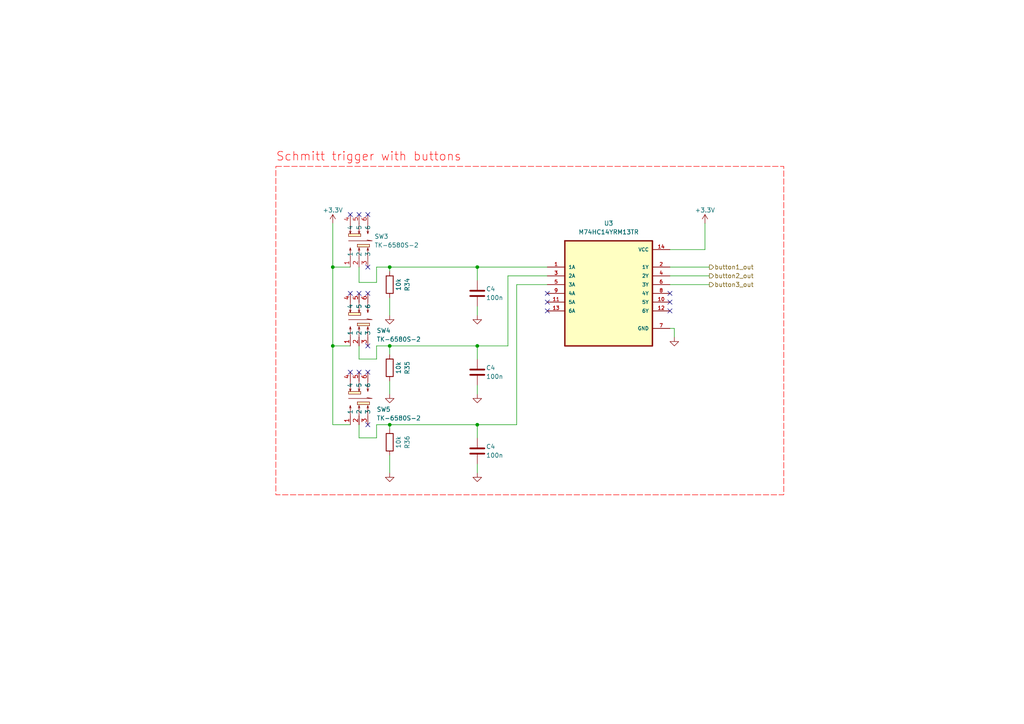
<source format=kicad_sch>
(kicad_sch (version 20230121) (generator eeschema)
  (paper "A4")
  (title_block (title "Shotclock Mainboard") (date "2023-06-28") (rev "1") (comment 1 "Author: M. de Waard"))
  (lib_symbols
    (symbol "Device:C" (pin_numbers hide) (pin_names (offset 0.254))
      (property "Reference" "C" (at 0.635 2.54 0))
      (property "Value" "C" (at 0.635 -2.54 0))
      (symbol "C_0_1"
        (polyline (pts (xy -2.032 -0.762) (xy 2.032 -0.762)) (stroke (width 0.508)))
        (polyline (pts (xy -2.032 0.762) (xy 2.032 0.762)) (stroke (width 0.508)))
      )
      (symbol "C_1_1"
        (pin passive line (at 0 3.81 270) (length 2.794) (name "~") (number "1"))
        (pin passive line (at 0 -3.81 90) (length 2.794) (name "~") (number "2"))
      )
    )
    (symbol "Device:R" (pin_numbers hide) (pin_names (offset 0))
      (property "Reference" "R" (at 2.032 0 90))
      (property "Value" "R" (at 0 0 90))
      (symbol "R_0_1"
        (rectangle (start -1.016 -2.54) (end 1.016 2.54) (stroke (width 0.254)))
      )
      (symbol "R_1_1"
        (pin passive line (at 0 3.81 270) (length 1.27) (name "~") (number "1"))
        (pin passive line (at 0 -3.81 90) (length 1.27) (name "~") (number "2"))
      )
    )
    (symbol "M74HC14YRM13TR:M74HC14YRM13TR" (pin_names (offset 1.016))
      (property "Reference" "U" (at -12.7 16.24 0))
      (property "Value" "M74HC14YRM13TR" (at -12.7 -19.24 0))
      (symbol "M74HC14YRM13TR_0_0"
        (rectangle (start -12.7 -15.24) (end 12.7 15.24) (stroke (width 0.41)) (fill (type background)))
        (pin input line (at -17.78 7.62 0) (length 5.08) (name "1A") (number "1"))
        (pin output line (at 17.78 -2.54 180) (length 5.08) (name "5Y") (number "10"))
        (pin input line (at -17.78 -2.54 0) (length 5.08) (name "5A") (number "11"))
        (pin output line (at 17.78 -5.08 180) (length 5.08) (name "6Y") (number "12"))
        (pin input line (at -17.78 -5.08 0) (length 5.08) (name "6A") (number "13"))
        (pin power_in line (at 17.78 12.7 180) (length 5.08) (name "VCC") (number "14"))
        (pin output line (at 17.78 7.62 180) (length 5.08) (name "1Y") (number "2"))
        (pin input line (at -17.78 5.08 0) (length 5.08) (name "2A") (number "3"))
        (pin output line (at 17.78 5.08 180) (length 5.08) (name "2Y") (number "4"))
        (pin input line (at -17.78 2.54 0) (length 5.08) (name "3A") (number "5"))
        (pin output line (at 17.78 2.54 180) (length 5.08) (name "3Y") (number "6"))
        (pin power_in line (at 17.78 -10.16 180) (length 5.08) (name "GND") (number "7"))
        (pin output line (at 17.78 0 180) (length 5.08) (name "4Y") (number "8"))
        (pin input line (at -17.78 0 0) (length 5.08) (name "4A") (number "9"))
      )
    )
    (symbol "TK-6580S-2:TK-6580S-2"
      (property "Reference" "SW" (at 0 12.7 0))
      (property "Value" "TK-6580S-2" (at 0 -12.7 0))
      (symbol "TK-6580S-2_0_1"
        (rectangle (start -3.05 2.03) (end 0.51 1.27) (fill (type background)))
        (rectangle (start -0.51 -1.02) (end 3.05 -1.78) (fill (type background)))
        (polyline (pts (xy -2.54 -2.03) (xy -2.79 -2.79)))
        (polyline (pts (xy -2.54 2.03) (xy -2.79 2.79)))
        (polyline (pts (xy 0 -2.03) (xy -0.25 -2.79)))
        (polyline (pts (xy 0 2.03) (xy -0.25 2.79)))
        (polyline (pts (xy 2.54 -2.03) (xy 2.29 -2.79)))
        (polyline (pts (xy 2.54 2.03) (xy 2.29 2.79)))
        (polyline (pts (xy -3.05 0) (xy 3.81 0) (xy 2.29 0.25)))
        (polyline (pts (xy -2.54 -5.08) (xy -2.54 -2.03) (xy -2.29 -2.79)))
        (polyline (pts (xy -2.54 5.08) (xy -2.54 2.03) (xy -2.29 2.79)))
        (polyline (pts (xy 0 -5.08) (xy 0 -2.03) (xy 0.25 -2.79)))
        (polyline (pts (xy 0 5.08) (xy 0 2.03) (xy 0.25 2.79)))
        (polyline (pts (xy 2.54 -5.08) (xy 2.54 -2.03) (xy 2.79 -2.79)))
        (polyline (pts (xy 2.54 5.08) (xy 2.54 2.03) (xy 2.79 2.79)))
      )
      (symbol "TK-6580S-2_1_1"
        (pin passive line (at -2.54 -7.62 90) (length 2.54) (name "1") (number "1"))
        (pin passive line (at 0 -7.62 90) (length 2.54) (name "2") (number "2"))
        (pin passive line (at 2.54 -7.62 90) (length 2.54) (name "3") (number "3"))
        (pin passive line (at -2.54 7.62 270) (length 2.54) (name "4") (number "4"))
        (pin passive line (at 0 7.62 270) (length 2.54) (name "5") (number "5"))
        (pin passive line (at 2.54 7.62 270) (length 2.54) (name "6") (number "6"))
      )
    )
    (symbol "power:+3.3V" (power) (pin_names (offset 0))
      (property "Value" "+3.3V" (at 0 3.556 0))
      (symbol "+3.3V_0_1"
        (polyline (pts (xy -0.762 1.27) (xy 0 2.54)))
        (polyline (pts (xy 0 0) (xy 0 2.54)))
        (polyline (pts (xy 0 2.54) (xy 0.762 1.27)))
      )
      (symbol "+3.3V_1_1"
        (pin power_in line (at 0 0 90) (length 0) hide (name "+3.3V") (number "1"))
      )
    )
    (symbol "power:GND" (power) (pin_names (offset 0))
      (property "Value" "GND" (at 0 -3.81 0))
      (symbol "GND_0_1"
        (polyline (pts (xy 0 0) (xy 0 -1.27) (xy 1.27 -1.27) (xy 0 -2.54) (xy -1.27 -1.27) (xy 0 -1.27)))
      )
      (symbol "GND_1_1"
        (pin power_in line (at 0 0 270) (length 0) hide (name "GND") (number "1"))
      )
    )
  )
  (junction (at 113.03 77.47))
  (junction (at 138.43 77.47))
  (junction (at 138.43 100.33))
  (junction (at 96.52 100.33))
  (junction (at 113.03 100.33))
  (junction (at 96.52 77.47))
  (junction (at 113.03 123.19))
  (junction (at 138.43 123.19))
  (no_connect (at 158.75 85.09))
  (no_connect (at 101.6 62.23))
  (no_connect (at 194.31 90.17))
  (no_connect (at 194.31 85.09))
  (no_connect (at 104.14 107.95))
  (no_connect (at 158.75 87.63))
  (no_connect (at 106.68 62.23))
  (no_connect (at 106.68 123.19))
  (no_connect (at 106.68 100.33))
  (no_connect (at 194.31 87.63))
  (no_connect (at 104.14 85.09))
  (no_connect (at 106.68 77.47))
  (no_connect (at 106.68 107.95))
  (no_connect (at 101.6 85.09))
  (no_connect (at 158.75 90.17))
  (no_connect (at 101.6 107.95))
  (no_connect (at 104.14 62.23))
  (no_connect (at 106.68 85.09))
  (wire (pts (xy 149.86 82.55) (xy 149.86 123.19)))
  (wire (pts (xy 138.43 111.76) (xy 138.43 114.3)))
  (wire (pts (xy 96.52 77.47) (xy 96.52 100.33)))
  (wire (pts (xy 194.31 72.39) (xy 204.47 72.39)))
  (wire (pts (xy 138.43 100.33) (xy 147.32 100.33)))
  (wire (pts (xy 149.86 123.19) (xy 138.43 123.19)))
  (wire (pts (xy 104.14 81.915) (xy 109.22 81.915)))
  (wire (pts (xy 195.58 95.25) (xy 195.58 97.79)))
  (wire (pts (xy 147.32 80.01) (xy 147.32 100.33)))
  (wire (pts (xy 96.52 123.19) (xy 101.6 123.19)))
  (wire (pts (xy 113.03 100.33) (xy 138.43 100.33)))
  (wire (pts (xy 113.03 77.47) (xy 138.43 77.47)))
  (wire (pts (xy 109.22 81.915) (xy 109.22 77.47)))
  (wire (pts (xy 138.43 100.33) (xy 138.43 104.14)))
  (wire (pts (xy 113.03 100.33) (xy 113.03 102.87)))
  (wire (pts (xy 138.43 77.47) (xy 138.43 81.28)))
  (wire (pts (xy 104.14 123.19) (xy 104.14 127)))
  (wire (pts (xy 138.43 88.9) (xy 138.43 91.44)))
  (wire (pts (xy 113.03 86.36) (xy 113.03 91.44)))
  (wire (pts (xy 104.14 100.33) (xy 104.14 104.14)))
  (wire (pts (xy 194.31 82.55) (xy 205.74 82.55)))
  (wire (pts (xy 158.75 80.01) (xy 147.32 80.01)))
  (wire (pts (xy 109.22 100.33) (xy 113.03 100.33)))
  (wire (pts (xy 104.14 104.14) (xy 109.22 104.14)))
  (wire (pts (xy 109.22 104.14) (xy 109.22 100.33)))
  (wire (pts (xy 194.31 95.25) (xy 195.58 95.25)))
  (wire (pts (xy 104.14 77.47) (xy 104.14 81.915)))
  (wire (pts (xy 138.43 123.19) (xy 138.43 127)))
  (wire (pts (xy 109.22 77.47) (xy 113.03 77.47)))
  (wire (pts (xy 138.43 77.47) (xy 158.75 77.47)))
  (wire (pts (xy 194.31 80.01) (xy 205.74 80.01)))
  (wire (pts (xy 204.47 64.77) (xy 204.47 72.39)))
  (wire (pts (xy 109.22 127) (xy 109.22 123.19)))
  (wire (pts (xy 113.03 77.47) (xy 113.03 78.74)))
  (wire (pts (xy 96.52 64.77) (xy 96.52 77.47)))
  (wire (pts (xy 138.43 134.62) (xy 138.43 137.16)))
  (wire (pts (xy 96.52 100.33) (xy 101.6 100.33)))
  (wire (pts (xy 113.03 132.08) (xy 113.03 137.16)))
  (wire (pts (xy 96.52 100.33) (xy 96.52 123.19)))
  (wire (pts (xy 109.22 123.19) (xy 113.03 123.19)))
  (wire (pts (xy 158.75 82.55) (xy 149.86 82.55)))
  (wire (pts (xy 113.03 123.19) (xy 113.03 124.46)))
  (wire (pts (xy 113.03 123.19) (xy 138.43 123.19)))
  (wire (pts (xy 104.14 127) (xy 109.22 127)))
  (wire (pts (xy 113.03 110.49) (xy 113.03 114.3)))
  (wire (pts (xy 96.52 77.47) (xy 101.6 77.47)))
  (wire (pts (xy 194.31 77.47) (xy 205.74 77.47)))
  (rectangle (start 80.01 48.26) (end 227.33 143.51) (stroke (width 0) (type dash) (color 255 0 0 1)))
  (text "Schmitt trigger with buttons" (at 80.01 46.99 0) (effects (font (size 2.5 2.5)) (justify left bottom)))
  (hierarchical_label "button3_out" (shape output) (at 205.74 82.55 0))
  (hierarchical_label "button1_out" (shape output) (at 205.74 77.47 0))
  (hierarchical_label "button2_out" (shape output) (at 205.74 80.01 0))
  (symbol (lib_id "M74HC14YRM13TR:M74HC14YRM13TR") (at 176.53 85.09 0) (unit 1)
    (property "Reference" "U3" (at 176.53 64.77 0))
    (property "Value" "M74HC14YRM13TR" (at 176.53 67.31 0))
    (property "Footprint" "Package_SO:SOIC-14_3.9x8.7mm_P1.27mm" (effects hide))
    (property "Manufacturer" "STMicroelectronics" (effects hide))
    (property "Package" "SOIC127P600X175-14N" (effects hide))
    (property "LCSC Part #" "C157450" (effects hide))
    (property "LCSC Part" "C157450" (effects hide))
    (instances (project "ShotClockProject" (path "" (reference "U3") (unit 1)) (path "" (reference "U5") (unit 1))))
  )
  (symbol (lib_id "Device:C") (at 138.43 85.09 0) (unit 1)
    (property "Reference" "C4" (at 140.97 83.82 0) (effects (justify left)))
    (property "Value" "100n" (at 140.97 86.36 0) (effects (justify left)))
    (property "Footprint" "Capacitor_SMD:C_0402_1005Metric" (effects hide))
    (property "LCSC Part #" "C1525" (effects hide))
    (property "LCSC Part" "C1525" (effects hide))
    (instances (project "ShotClockProject" (path "" (reference "C4") (unit 1)) (path "" (reference "C5") (unit 1)) (path "" (reference "C28") (unit 1))))
  )
  (symbol (lib_id "TK-6580S-2:TK-6580S-2") (at 104.14 69.85 0) (unit 1)
    (property "Reference" "SW3" (at 108.585 68.58 0) (effects (justify left)))
    (property "Value" "TK-6580S-2" (at 108.585 71.12 0) (effects (justify left)))
    (property "Footprint" "TK-6580S-2:SW-SMD_TK-6580S-2" (effects hide))
    (property "LCSC Part #" "C528775" (effects hide))
    (property "LCSC Part" "C528775" (effects hide))
  )
  (symbol (lib_id "Device:R") (at 113.03 106.68 0) (mirror x) (unit 1)
    (property "Reference" "R35" (at 118.11 106.68 90))
    (property "Value" "10k" (at 115.57 106.68 90))
    (property "Footprint" "Resistor_SMD:R_0402_1005Metric" (effects hide))
    (property "LCSC Part #" "C25744" (effects hide))
    (property "LCSC Part" "C25744" (effects hide))
  )
  (symbol (lib_id "power:+3.3V") (at 96.52 64.77 0) (unit 1)
    (property "Reference" "#PWR02" (effects hide))
    (property "Value" "+3.3V" (at 96.52 60.96 0))
    (instances (project "ShotClockProject" (path "" (reference "#PWR02") (unit 1)) (path "" (reference "#PWR06") (unit 1)) (path "" (reference "#PWR069") (unit 1))))
  )
  (symbol (lib_id "power:GND") (at 195.58 97.79 0) (unit 1)
    (property "Reference" "#PWR011" (effects hide))
    (property "Value" "GND" (effects hide))
    (instances (project "ShotClockProject" (path "" (reference "#PWR011") (unit 1)) (path "" (reference "#PWR01") (unit 1)) (path "" (reference "#PWR073") (unit 1))))
  )
  (symbol (lib_id "power:GND") (at 113.03 114.3 0) (unit 1)
    (property "Reference" "#PWR011" (effects hide))
    (property "Value" "GND" (effects hide))
    (instances (project "ShotClockProject" (path "" (reference "#PWR011") (unit 1)) (path "" (reference "#PWR01") (unit 1)) (path "" (reference "#PWR074") (unit 1))))
  )
  (symbol (lib_id "Device:C") (at 138.43 130.81 0) (unit 1)
    (property "Reference" "C4" (at 140.97 129.54 0) (effects (justify left)))
    (property "Value" "100n" (at 140.97 132.08 0) (effects (justify left)))
    (property "Footprint" "Capacitor_SMD:C_0402_1005Metric" (effects hide))
    (property "LCSC Part #" "C1525" (effects hide))
    (property "LCSC Part" "C1525" (effects hide))
    (instances (project "ShotClockProject" (path "" (reference "C4") (unit 1)) (path "" (reference "C5") (unit 1)) (path "" (reference "C30") (unit 1))))
  )
  (symbol (lib_id "power:GND") (at 113.03 137.16 0) (unit 1)
    (property "Reference" "#PWR011" (effects hide))
    (property "Value" "GND" (effects hide))
    (instances (project "ShotClockProject" (path "" (reference "#PWR011") (unit 1)) (path "" (reference "#PWR01") (unit 1)) (path "" (reference "#PWR076") (unit 1))))
  )
  (symbol (lib_id "power:+3.3V") (at 204.47 64.77 0) (unit 1)
    (property "Reference" "#PWR02" (effects hide))
    (property "Value" "+3.3V" (at 204.47 60.96 0))
    (instances (project "ShotClockProject" (path "" (reference "#PWR02") (unit 1)) (path "" (reference "#PWR06") (unit 1)) (path "" (reference "#PWR070") (unit 1))))
  )
  (symbol (lib_id "Device:R") (at 113.03 82.55 0) (mirror x) (unit 1)
    (property "Reference" "R34" (at 118.11 82.55 90))
    (property "Value" "10k" (at 115.57 82.55 90))
    (property "Footprint" "Resistor_SMD:R_0402_1005Metric" (effects hide))
    (property "LCSC Part #" "C25744" (effects hide))
    (property "LCSC Part" "C25744" (effects hide))
  )
  (symbol (lib_id "power:GND") (at 113.03 91.44 0) (unit 1)
    (property "Reference" "#PWR011" (effects hide))
    (property "Value" "GND" (effects hide))
    (instances (project "ShotClockProject" (path "" (reference "#PWR011") (unit 1)) (path "" (reference "#PWR01") (unit 1)) (path "" (reference "#PWR071") (unit 1))))
  )
  (symbol (lib_id "TK-6580S-2:TK-6580S-2") (at 104.14 92.71 0) (unit 1)
    (property "Reference" "SW4" (at 109.22 95.885 0) (effects (justify left)))
    (property "Value" "TK-6580S-2" (at 109.22 98.425 0) (effects (justify left)))
    (property "Footprint" "TK-6580S-2:SW-SMD_TK-6580S-2" (effects hide))
    (property "LCSC Part #" "C528775" (effects hide))
    (property "LCSC Part" "C528775" (effects hide))
  )
  (symbol (lib_id "power:GND") (at 138.43 137.16 0) (unit 1)
    (property "Reference" "#PWR011" (effects hide))
    (property "Value" "GND" (effects hide))
    (instances (project "ShotClockProject" (path "" (reference "#PWR011") (unit 1)) (path "" (reference "#PWR01") (unit 1)) (path "" (reference "#PWR077") (unit 1))))
  )
  (symbol (lib_id "Device:C") (at 138.43 107.95 0) (unit 1)
    (property "Reference" "C4" (at 140.97 106.68 0) (effects (justify left)))
    (property "Value" "100n" (at 140.97 109.22 0) (effects (justify left)))
    (property "Footprint" "Capacitor_SMD:C_0402_1005Metric" (effects hide))
    (property "LCSC Part #" "C1525" (effects hide))
    (property "LCSC Part" "C1525" (effects hide))
    (instances (project "ShotClockProject" (path "" (reference "C4") (unit 1)) (path "" (reference "C5") (unit 1)) (path "" (reference "C29") (unit 1))))
  )
  (symbol (lib_id "power:GND") (at 138.43 91.44 0) (unit 1)
    (property "Reference" "#PWR011" (effects hide))
    (property "Value" "GND" (effects hide))
    (instances (project "ShotClockProject" (path "" (reference "#PWR011") (unit 1)) (path "" (reference "#PWR01") (unit 1)) (path "" (reference "#PWR072") (unit 1))))
  )
  (symbol (lib_id "power:GND") (at 138.43 114.3 0) (unit 1)
    (property "Reference" "#PWR011" (effects hide))
    (property "Value" "GND" (effects hide))
    (instances (project "ShotClockProject" (path "" (reference "#PWR011") (unit 1)) (path "" (reference "#PWR01") (unit 1)) (path "" (reference "#PWR075") (unit 1))))
  )
  (symbol (lib_id "Device:R") (at 113.03 128.27 0) (mirror x) (unit 1)
    (property "Reference" "R36" (at 118.11 128.27 90))
    (property "Value" "10k" (at 115.57 128.27 90))
    (property "Footprint" "Resistor_SMD:R_0402_1005Metric" (effects hide))
    (property "LCSC Part #" "C25744" (effects hide))
    (property "LCSC Part" "C25744" (effects hide))
  )
  (symbol (lib_id "TK-6580S-2:TK-6580S-2") (at 104.14 115.57 0) (unit 1)
    (property "Reference" "SW5" (at 109.22 118.745 0) (effects (justify left)))
    (property "Value" "TK-6580S-2" (at 109.22 121.285 0) (effects (justify left)))
    (property "Footprint" "TK-6580S-2:SW-SMD_TK-6580S-2" (effects hide))
    (property "LCSC Part #" "C528775" (effects hide))
    (property "LCSC Part" "C528775" (effects hide))
  )
)
</source>
